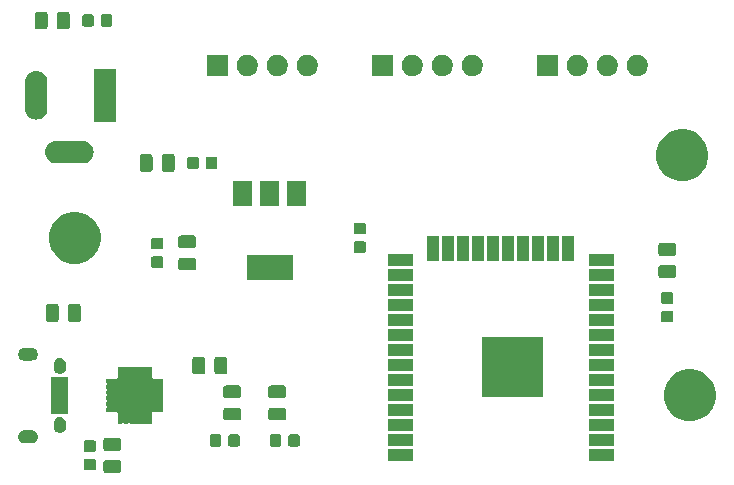
<source format=gbr>
G04 #@! TF.GenerationSoftware,KiCad,Pcbnew,(5.1.5)-3*
G04 #@! TF.CreationDate,2020-06-12T14:11:04-04:00*
G04 #@! TF.ProjectId,main,6d61696e-2e6b-4696-9361-645f70636258,rev?*
G04 #@! TF.SameCoordinates,Original*
G04 #@! TF.FileFunction,Soldermask,Top*
G04 #@! TF.FilePolarity,Negative*
%FSLAX46Y46*%
G04 Gerber Fmt 4.6, Leading zero omitted, Abs format (unit mm)*
G04 Created by KiCad (PCBNEW (5.1.5)-3) date 2020-06-12 14:11:04*
%MOMM*%
%LPD*%
G04 APERTURE LIST*
%ADD10C,0.100000*%
G04 APERTURE END LIST*
D10*
G36*
X100914468Y-122958565D02*
G01*
X100953138Y-122970296D01*
X100988777Y-122989346D01*
X101020017Y-123014983D01*
X101045654Y-123046223D01*
X101064704Y-123081862D01*
X101076435Y-123120532D01*
X101081000Y-123166888D01*
X101081000Y-123818112D01*
X101076435Y-123864468D01*
X101064704Y-123903138D01*
X101045654Y-123938777D01*
X101020017Y-123970017D01*
X100988777Y-123995654D01*
X100953138Y-124014704D01*
X100914468Y-124026435D01*
X100868112Y-124031000D01*
X99791888Y-124031000D01*
X99745532Y-124026435D01*
X99706862Y-124014704D01*
X99671223Y-123995654D01*
X99639983Y-123970017D01*
X99614346Y-123938777D01*
X99595296Y-123903138D01*
X99583565Y-123864468D01*
X99579000Y-123818112D01*
X99579000Y-123166888D01*
X99583565Y-123120532D01*
X99595296Y-123081862D01*
X99614346Y-123046223D01*
X99639983Y-123014983D01*
X99671223Y-122989346D01*
X99706862Y-122970296D01*
X99745532Y-122958565D01*
X99791888Y-122954000D01*
X100868112Y-122954000D01*
X100914468Y-122958565D01*
G37*
G36*
X98804591Y-122858085D02*
G01*
X98838569Y-122868393D01*
X98869890Y-122885134D01*
X98897339Y-122907661D01*
X98919866Y-122935110D01*
X98936607Y-122966431D01*
X98946915Y-123000409D01*
X98951000Y-123041890D01*
X98951000Y-123643110D01*
X98946915Y-123684591D01*
X98936607Y-123718569D01*
X98919866Y-123749890D01*
X98897339Y-123777339D01*
X98869890Y-123799866D01*
X98838569Y-123816607D01*
X98804591Y-123826915D01*
X98763110Y-123831000D01*
X98086890Y-123831000D01*
X98045409Y-123826915D01*
X98011431Y-123816607D01*
X97980110Y-123799866D01*
X97952661Y-123777339D01*
X97930134Y-123749890D01*
X97913393Y-123718569D01*
X97903085Y-123684591D01*
X97899000Y-123643110D01*
X97899000Y-123041890D01*
X97903085Y-123000409D01*
X97913393Y-122966431D01*
X97930134Y-122935110D01*
X97952661Y-122907661D01*
X97980110Y-122885134D01*
X98011431Y-122868393D01*
X98045409Y-122858085D01*
X98086890Y-122854000D01*
X98763110Y-122854000D01*
X98804591Y-122858085D01*
G37*
G36*
X125774000Y-123056000D02*
G01*
X123672000Y-123056000D01*
X123672000Y-122054000D01*
X125774000Y-122054000D01*
X125774000Y-123056000D01*
G37*
G36*
X142774000Y-123056000D02*
G01*
X140672000Y-123056000D01*
X140672000Y-122054000D01*
X142774000Y-122054000D01*
X142774000Y-123056000D01*
G37*
G36*
X98804591Y-121283085D02*
G01*
X98838569Y-121293393D01*
X98869890Y-121310134D01*
X98897339Y-121332661D01*
X98919866Y-121360110D01*
X98936607Y-121391431D01*
X98946915Y-121425409D01*
X98951000Y-121466890D01*
X98951000Y-122068110D01*
X98946915Y-122109591D01*
X98936607Y-122143569D01*
X98919866Y-122174890D01*
X98897339Y-122202339D01*
X98869890Y-122224866D01*
X98838569Y-122241607D01*
X98804591Y-122251915D01*
X98763110Y-122256000D01*
X98086890Y-122256000D01*
X98045409Y-122251915D01*
X98011431Y-122241607D01*
X97980110Y-122224866D01*
X97952661Y-122202339D01*
X97930134Y-122174890D01*
X97913393Y-122143569D01*
X97903085Y-122109591D01*
X97899000Y-122068110D01*
X97899000Y-121466890D01*
X97903085Y-121425409D01*
X97913393Y-121391431D01*
X97930134Y-121360110D01*
X97952661Y-121332661D01*
X97980110Y-121310134D01*
X98011431Y-121293393D01*
X98045409Y-121283085D01*
X98086890Y-121279000D01*
X98763110Y-121279000D01*
X98804591Y-121283085D01*
G37*
G36*
X100914468Y-121083565D02*
G01*
X100953138Y-121095296D01*
X100988777Y-121114346D01*
X101020017Y-121139983D01*
X101045654Y-121171223D01*
X101064704Y-121206862D01*
X101076435Y-121245532D01*
X101081000Y-121291888D01*
X101081000Y-121943112D01*
X101076435Y-121989468D01*
X101064704Y-122028138D01*
X101045654Y-122063777D01*
X101020017Y-122095017D01*
X100988777Y-122120654D01*
X100953138Y-122139704D01*
X100914468Y-122151435D01*
X100868112Y-122156000D01*
X99791888Y-122156000D01*
X99745532Y-122151435D01*
X99706862Y-122139704D01*
X99671223Y-122120654D01*
X99639983Y-122095017D01*
X99614346Y-122063777D01*
X99595296Y-122028138D01*
X99583565Y-121989468D01*
X99579000Y-121943112D01*
X99579000Y-121291888D01*
X99583565Y-121245532D01*
X99595296Y-121206862D01*
X99614346Y-121171223D01*
X99639983Y-121139983D01*
X99671223Y-121114346D01*
X99706862Y-121095296D01*
X99745532Y-121083565D01*
X99791888Y-121079000D01*
X100868112Y-121079000D01*
X100914468Y-121083565D01*
G37*
G36*
X116064591Y-120763085D02*
G01*
X116098569Y-120773393D01*
X116129890Y-120790134D01*
X116157339Y-120812661D01*
X116179866Y-120840110D01*
X116196607Y-120871431D01*
X116206915Y-120905409D01*
X116211000Y-120946890D01*
X116211000Y-121623110D01*
X116206915Y-121664591D01*
X116196607Y-121698569D01*
X116179866Y-121729890D01*
X116157339Y-121757339D01*
X116129890Y-121779866D01*
X116098569Y-121796607D01*
X116064591Y-121806915D01*
X116023110Y-121811000D01*
X115421890Y-121811000D01*
X115380409Y-121806915D01*
X115346431Y-121796607D01*
X115315110Y-121779866D01*
X115287661Y-121757339D01*
X115265134Y-121729890D01*
X115248393Y-121698569D01*
X115238085Y-121664591D01*
X115234000Y-121623110D01*
X115234000Y-120946890D01*
X115238085Y-120905409D01*
X115248393Y-120871431D01*
X115265134Y-120840110D01*
X115287661Y-120812661D01*
X115315110Y-120790134D01*
X115346431Y-120773393D01*
X115380409Y-120763085D01*
X115421890Y-120759000D01*
X116023110Y-120759000D01*
X116064591Y-120763085D01*
G37*
G36*
X109409591Y-120763085D02*
G01*
X109443569Y-120773393D01*
X109474890Y-120790134D01*
X109502339Y-120812661D01*
X109524866Y-120840110D01*
X109541607Y-120871431D01*
X109551915Y-120905409D01*
X109556000Y-120946890D01*
X109556000Y-121623110D01*
X109551915Y-121664591D01*
X109541607Y-121698569D01*
X109524866Y-121729890D01*
X109502339Y-121757339D01*
X109474890Y-121779866D01*
X109443569Y-121796607D01*
X109409591Y-121806915D01*
X109368110Y-121811000D01*
X108766890Y-121811000D01*
X108725409Y-121806915D01*
X108691431Y-121796607D01*
X108660110Y-121779866D01*
X108632661Y-121757339D01*
X108610134Y-121729890D01*
X108593393Y-121698569D01*
X108583085Y-121664591D01*
X108579000Y-121623110D01*
X108579000Y-120946890D01*
X108583085Y-120905409D01*
X108593393Y-120871431D01*
X108610134Y-120840110D01*
X108632661Y-120812661D01*
X108660110Y-120790134D01*
X108691431Y-120773393D01*
X108725409Y-120763085D01*
X108766890Y-120759000D01*
X109368110Y-120759000D01*
X109409591Y-120763085D01*
G37*
G36*
X110984591Y-120763085D02*
G01*
X111018569Y-120773393D01*
X111049890Y-120790134D01*
X111077339Y-120812661D01*
X111099866Y-120840110D01*
X111116607Y-120871431D01*
X111126915Y-120905409D01*
X111131000Y-120946890D01*
X111131000Y-121623110D01*
X111126915Y-121664591D01*
X111116607Y-121698569D01*
X111099866Y-121729890D01*
X111077339Y-121757339D01*
X111049890Y-121779866D01*
X111018569Y-121796607D01*
X110984591Y-121806915D01*
X110943110Y-121811000D01*
X110341890Y-121811000D01*
X110300409Y-121806915D01*
X110266431Y-121796607D01*
X110235110Y-121779866D01*
X110207661Y-121757339D01*
X110185134Y-121729890D01*
X110168393Y-121698569D01*
X110158085Y-121664591D01*
X110154000Y-121623110D01*
X110154000Y-120946890D01*
X110158085Y-120905409D01*
X110168393Y-120871431D01*
X110185134Y-120840110D01*
X110207661Y-120812661D01*
X110235110Y-120790134D01*
X110266431Y-120773393D01*
X110300409Y-120763085D01*
X110341890Y-120759000D01*
X110943110Y-120759000D01*
X110984591Y-120763085D01*
G37*
G36*
X114489591Y-120763085D02*
G01*
X114523569Y-120773393D01*
X114554890Y-120790134D01*
X114582339Y-120812661D01*
X114604866Y-120840110D01*
X114621607Y-120871431D01*
X114631915Y-120905409D01*
X114636000Y-120946890D01*
X114636000Y-121623110D01*
X114631915Y-121664591D01*
X114621607Y-121698569D01*
X114604866Y-121729890D01*
X114582339Y-121757339D01*
X114554890Y-121779866D01*
X114523569Y-121796607D01*
X114489591Y-121806915D01*
X114448110Y-121811000D01*
X113846890Y-121811000D01*
X113805409Y-121806915D01*
X113771431Y-121796607D01*
X113740110Y-121779866D01*
X113712661Y-121757339D01*
X113690134Y-121729890D01*
X113673393Y-121698569D01*
X113663085Y-121664591D01*
X113659000Y-121623110D01*
X113659000Y-120946890D01*
X113663085Y-120905409D01*
X113673393Y-120871431D01*
X113690134Y-120840110D01*
X113712661Y-120812661D01*
X113740110Y-120790134D01*
X113771431Y-120773393D01*
X113805409Y-120763085D01*
X113846890Y-120759000D01*
X114448110Y-120759000D01*
X114489591Y-120763085D01*
G37*
G36*
X125774000Y-121786000D02*
G01*
X123672000Y-121786000D01*
X123672000Y-120784000D01*
X125774000Y-120784000D01*
X125774000Y-121786000D01*
G37*
G36*
X142774000Y-121786000D02*
G01*
X140672000Y-121786000D01*
X140672000Y-120784000D01*
X142774000Y-120784000D01*
X142774000Y-121786000D01*
G37*
G36*
X93568015Y-120431973D02*
G01*
X93671879Y-120463479D01*
X93699055Y-120478005D01*
X93767600Y-120514643D01*
X93851501Y-120583499D01*
X93920357Y-120667400D01*
X93956995Y-120735945D01*
X93971521Y-120763121D01*
X94003027Y-120866985D01*
X94013666Y-120975000D01*
X94003027Y-121083015D01*
X93971521Y-121186879D01*
X93971519Y-121186882D01*
X93920357Y-121282600D01*
X93851501Y-121366501D01*
X93767600Y-121435357D01*
X93699055Y-121471995D01*
X93671879Y-121486521D01*
X93568015Y-121518027D01*
X93487067Y-121526000D01*
X92882933Y-121526000D01*
X92801985Y-121518027D01*
X92698121Y-121486521D01*
X92670945Y-121471995D01*
X92602400Y-121435357D01*
X92518499Y-121366501D01*
X92449643Y-121282600D01*
X92398481Y-121186882D01*
X92398479Y-121186879D01*
X92366973Y-121083015D01*
X92356334Y-120975000D01*
X92366973Y-120866985D01*
X92398479Y-120763121D01*
X92413005Y-120735945D01*
X92449643Y-120667400D01*
X92518499Y-120583499D01*
X92602400Y-120514643D01*
X92670945Y-120478005D01*
X92698121Y-120463479D01*
X92801985Y-120431973D01*
X92882933Y-120424000D01*
X93487067Y-120424000D01*
X93568015Y-120431973D01*
G37*
G36*
X95988114Y-119306611D02*
G01*
X96087265Y-119336688D01*
X96178644Y-119385531D01*
X96258738Y-119451262D01*
X96324469Y-119531356D01*
X96373312Y-119622736D01*
X96403389Y-119721887D01*
X96411000Y-119799162D01*
X96411000Y-120150839D01*
X96403389Y-120228114D01*
X96373312Y-120327265D01*
X96324469Y-120418644D01*
X96258738Y-120498738D01*
X96178644Y-120564469D01*
X96087264Y-120613312D01*
X95988113Y-120643389D01*
X95885000Y-120653545D01*
X95781886Y-120643389D01*
X95682735Y-120613312D01*
X95591356Y-120564469D01*
X95511262Y-120498738D01*
X95445531Y-120418644D01*
X95396688Y-120327264D01*
X95366611Y-120228113D01*
X95359000Y-120150838D01*
X95359000Y-119799161D01*
X95366611Y-119721886D01*
X95386663Y-119655785D01*
X95396689Y-119622734D01*
X95445532Y-119531356D01*
X95459776Y-119514000D01*
X95511263Y-119451262D01*
X95591357Y-119385531D01*
X95682736Y-119336688D01*
X95781887Y-119306611D01*
X95885000Y-119296455D01*
X95988114Y-119306611D01*
G37*
G36*
X142774000Y-120516000D02*
G01*
X140672000Y-120516000D01*
X140672000Y-119514000D01*
X142774000Y-119514000D01*
X142774000Y-120516000D01*
G37*
G36*
X125774000Y-120516000D02*
G01*
X123672000Y-120516000D01*
X123672000Y-119514000D01*
X125774000Y-119514000D01*
X125774000Y-120516000D01*
G37*
G36*
X101140355Y-115075083D02*
G01*
X101145029Y-115076501D01*
X101149330Y-115078800D01*
X101155702Y-115084029D01*
X101176076Y-115097643D01*
X101198715Y-115107020D01*
X101222749Y-115111800D01*
X101247253Y-115111800D01*
X101271286Y-115107019D01*
X101293925Y-115097642D01*
X101314298Y-115084029D01*
X101320670Y-115078800D01*
X101324971Y-115076501D01*
X101329645Y-115075083D01*
X101340641Y-115074000D01*
X101629359Y-115074000D01*
X101640355Y-115075083D01*
X101645029Y-115076501D01*
X101649330Y-115078800D01*
X101655702Y-115084029D01*
X101676076Y-115097643D01*
X101698715Y-115107020D01*
X101722749Y-115111800D01*
X101747253Y-115111800D01*
X101771286Y-115107019D01*
X101793925Y-115097642D01*
X101814298Y-115084029D01*
X101820670Y-115078800D01*
X101824971Y-115076501D01*
X101829645Y-115075083D01*
X101840641Y-115074000D01*
X102129359Y-115074000D01*
X102140355Y-115075083D01*
X102145029Y-115076501D01*
X102149330Y-115078800D01*
X102155702Y-115084029D01*
X102176076Y-115097643D01*
X102198715Y-115107020D01*
X102222749Y-115111800D01*
X102247253Y-115111800D01*
X102271286Y-115107019D01*
X102293925Y-115097642D01*
X102314298Y-115084029D01*
X102320670Y-115078800D01*
X102324971Y-115076501D01*
X102329645Y-115075083D01*
X102340641Y-115074000D01*
X102629359Y-115074000D01*
X102640355Y-115075083D01*
X102645029Y-115076501D01*
X102649330Y-115078800D01*
X102655702Y-115084029D01*
X102676076Y-115097643D01*
X102698715Y-115107020D01*
X102722749Y-115111800D01*
X102747253Y-115111800D01*
X102771286Y-115107019D01*
X102793925Y-115097642D01*
X102814298Y-115084029D01*
X102820670Y-115078800D01*
X102824971Y-115076501D01*
X102829645Y-115075083D01*
X102840641Y-115074000D01*
X103129359Y-115074000D01*
X103140355Y-115075083D01*
X103145029Y-115076501D01*
X103149330Y-115078800D01*
X103155702Y-115084029D01*
X103176076Y-115097643D01*
X103198715Y-115107020D01*
X103222749Y-115111800D01*
X103247253Y-115111800D01*
X103271286Y-115107019D01*
X103293925Y-115097642D01*
X103314298Y-115084029D01*
X103320670Y-115078800D01*
X103324971Y-115076501D01*
X103329645Y-115075083D01*
X103340641Y-115074000D01*
X103629359Y-115074000D01*
X103640355Y-115075083D01*
X103645029Y-115076501D01*
X103649331Y-115078800D01*
X103653104Y-115081896D01*
X103656200Y-115085669D01*
X103658499Y-115089971D01*
X103659917Y-115094645D01*
X103661000Y-115105641D01*
X103661000Y-115924001D01*
X103663402Y-115948387D01*
X103670515Y-115971836D01*
X103682066Y-115993447D01*
X103697611Y-116012389D01*
X103716553Y-116027934D01*
X103738164Y-116039485D01*
X103761613Y-116046598D01*
X103785999Y-116049000D01*
X104604359Y-116049000D01*
X104615355Y-116050083D01*
X104620029Y-116051501D01*
X104624331Y-116053800D01*
X104628104Y-116056896D01*
X104631200Y-116060669D01*
X104633499Y-116064971D01*
X104634917Y-116069645D01*
X104636000Y-116080641D01*
X104636000Y-116369359D01*
X104634917Y-116380355D01*
X104633499Y-116385029D01*
X104631200Y-116389330D01*
X104625971Y-116395702D01*
X104612357Y-116416076D01*
X104602980Y-116438715D01*
X104598200Y-116462749D01*
X104598200Y-116487253D01*
X104602981Y-116511286D01*
X104612358Y-116533925D01*
X104625971Y-116554298D01*
X104631200Y-116560670D01*
X104633499Y-116564971D01*
X104634917Y-116569645D01*
X104636000Y-116580641D01*
X104636000Y-116869359D01*
X104634917Y-116880355D01*
X104633499Y-116885029D01*
X104631200Y-116889330D01*
X104625971Y-116895702D01*
X104612357Y-116916076D01*
X104602980Y-116938715D01*
X104598200Y-116962749D01*
X104598200Y-116987253D01*
X104602981Y-117011286D01*
X104612358Y-117033925D01*
X104625971Y-117054298D01*
X104631200Y-117060670D01*
X104633499Y-117064971D01*
X104634917Y-117069645D01*
X104636000Y-117080641D01*
X104636000Y-117369359D01*
X104634917Y-117380355D01*
X104633499Y-117385029D01*
X104631200Y-117389330D01*
X104625971Y-117395702D01*
X104612357Y-117416076D01*
X104602980Y-117438715D01*
X104598200Y-117462749D01*
X104598200Y-117487253D01*
X104602981Y-117511286D01*
X104612358Y-117533925D01*
X104625971Y-117554298D01*
X104631200Y-117560670D01*
X104633499Y-117564971D01*
X104634917Y-117569645D01*
X104636000Y-117580641D01*
X104636000Y-117869359D01*
X104634917Y-117880355D01*
X104633499Y-117885029D01*
X104631200Y-117889330D01*
X104625971Y-117895702D01*
X104612357Y-117916076D01*
X104602980Y-117938715D01*
X104598200Y-117962749D01*
X104598200Y-117987253D01*
X104602981Y-118011286D01*
X104612358Y-118033925D01*
X104625971Y-118054298D01*
X104631200Y-118060670D01*
X104633499Y-118064971D01*
X104634917Y-118069645D01*
X104636000Y-118080641D01*
X104636000Y-118369359D01*
X104634917Y-118380355D01*
X104633499Y-118385029D01*
X104631200Y-118389330D01*
X104625971Y-118395702D01*
X104612357Y-118416076D01*
X104602980Y-118438715D01*
X104598200Y-118462749D01*
X104598200Y-118487253D01*
X104602981Y-118511286D01*
X104612358Y-118533925D01*
X104625971Y-118554298D01*
X104631200Y-118560670D01*
X104633499Y-118564971D01*
X104634917Y-118569645D01*
X104636000Y-118580641D01*
X104636000Y-118869359D01*
X104634917Y-118880355D01*
X104633499Y-118885029D01*
X104631200Y-118889331D01*
X104628104Y-118893104D01*
X104624331Y-118896200D01*
X104620029Y-118898499D01*
X104615355Y-118899917D01*
X104604359Y-118901000D01*
X103785999Y-118901000D01*
X103761613Y-118903402D01*
X103738164Y-118910515D01*
X103716553Y-118922066D01*
X103697611Y-118937611D01*
X103682066Y-118956553D01*
X103670515Y-118978164D01*
X103663402Y-119001613D01*
X103661000Y-119025999D01*
X103661000Y-119844359D01*
X103659917Y-119855355D01*
X103658499Y-119860029D01*
X103656200Y-119864331D01*
X103653104Y-119868104D01*
X103649331Y-119871200D01*
X103645029Y-119873499D01*
X103640355Y-119874917D01*
X103629359Y-119876000D01*
X103340641Y-119876000D01*
X103329645Y-119874917D01*
X103324971Y-119873499D01*
X103320670Y-119871200D01*
X103314298Y-119865971D01*
X103293924Y-119852357D01*
X103271285Y-119842980D01*
X103247251Y-119838200D01*
X103222747Y-119838200D01*
X103198714Y-119842981D01*
X103176075Y-119852358D01*
X103155702Y-119865971D01*
X103149330Y-119871200D01*
X103145029Y-119873499D01*
X103140355Y-119874917D01*
X103129359Y-119876000D01*
X102840641Y-119876000D01*
X102829645Y-119874917D01*
X102824971Y-119873499D01*
X102820670Y-119871200D01*
X102814298Y-119865971D01*
X102793924Y-119852357D01*
X102771285Y-119842980D01*
X102747251Y-119838200D01*
X102722747Y-119838200D01*
X102698714Y-119842981D01*
X102676075Y-119852358D01*
X102655702Y-119865971D01*
X102649330Y-119871200D01*
X102645029Y-119873499D01*
X102640355Y-119874917D01*
X102629359Y-119876000D01*
X102340641Y-119876000D01*
X102329645Y-119874917D01*
X102324971Y-119873499D01*
X102320670Y-119871200D01*
X102314298Y-119865971D01*
X102293924Y-119852357D01*
X102271285Y-119842980D01*
X102247251Y-119838200D01*
X102222747Y-119838200D01*
X102198714Y-119842981D01*
X102176075Y-119852358D01*
X102155702Y-119865971D01*
X102149330Y-119871200D01*
X102145029Y-119873499D01*
X102140355Y-119874917D01*
X102129359Y-119876000D01*
X101840641Y-119876000D01*
X101829645Y-119874917D01*
X101824971Y-119873499D01*
X101820670Y-119871200D01*
X101814298Y-119865971D01*
X101793924Y-119852357D01*
X101771285Y-119842980D01*
X101747251Y-119838200D01*
X101722747Y-119838200D01*
X101698714Y-119842981D01*
X101676075Y-119852358D01*
X101655702Y-119865971D01*
X101649330Y-119871200D01*
X101645029Y-119873499D01*
X101640355Y-119874917D01*
X101629359Y-119876000D01*
X101340641Y-119876000D01*
X101329645Y-119874917D01*
X101324971Y-119873499D01*
X101320670Y-119871200D01*
X101314298Y-119865971D01*
X101293924Y-119852357D01*
X101271285Y-119842980D01*
X101247251Y-119838200D01*
X101222747Y-119838200D01*
X101198714Y-119842981D01*
X101176075Y-119852358D01*
X101155702Y-119865971D01*
X101149330Y-119871200D01*
X101145029Y-119873499D01*
X101140355Y-119874917D01*
X101129359Y-119876000D01*
X100840641Y-119876000D01*
X100829645Y-119874917D01*
X100824971Y-119873499D01*
X100820669Y-119871200D01*
X100816896Y-119868104D01*
X100813800Y-119864331D01*
X100811501Y-119860029D01*
X100810083Y-119855355D01*
X100809000Y-119844359D01*
X100809000Y-119025999D01*
X100806598Y-119001613D01*
X100799485Y-118978164D01*
X100787934Y-118956553D01*
X100772389Y-118937611D01*
X100753447Y-118922066D01*
X100731836Y-118910515D01*
X100708387Y-118903402D01*
X100684001Y-118901000D01*
X99865641Y-118901000D01*
X99854645Y-118899917D01*
X99849971Y-118898499D01*
X99845669Y-118896200D01*
X99841896Y-118893104D01*
X99838800Y-118889331D01*
X99836501Y-118885029D01*
X99835083Y-118880355D01*
X99834000Y-118869359D01*
X99834000Y-118580641D01*
X99835083Y-118569645D01*
X99836501Y-118564971D01*
X99838800Y-118560670D01*
X99844029Y-118554298D01*
X99857643Y-118533924D01*
X99867020Y-118511285D01*
X99871800Y-118487251D01*
X99871800Y-118462747D01*
X99867019Y-118438714D01*
X99857642Y-118416075D01*
X99844029Y-118395702D01*
X99838800Y-118389330D01*
X99836501Y-118385029D01*
X99835083Y-118380355D01*
X99834000Y-118369359D01*
X99834000Y-118080641D01*
X99835083Y-118069645D01*
X99836501Y-118064971D01*
X99838800Y-118060670D01*
X99844029Y-118054298D01*
X99857643Y-118033924D01*
X99867020Y-118011285D01*
X99871800Y-117987251D01*
X99871800Y-117962747D01*
X99867019Y-117938714D01*
X99857642Y-117916075D01*
X99844029Y-117895702D01*
X99838800Y-117889330D01*
X99836501Y-117885029D01*
X99835083Y-117880355D01*
X99834000Y-117869359D01*
X99834000Y-117580641D01*
X99835083Y-117569645D01*
X99836501Y-117564971D01*
X99838800Y-117560670D01*
X99844029Y-117554298D01*
X99857643Y-117533924D01*
X99867020Y-117511285D01*
X99871800Y-117487251D01*
X99871800Y-117462747D01*
X99867019Y-117438714D01*
X99857642Y-117416075D01*
X99844029Y-117395702D01*
X99838800Y-117389330D01*
X99836501Y-117385029D01*
X99835083Y-117380355D01*
X99834000Y-117369359D01*
X99834000Y-117080641D01*
X99835083Y-117069645D01*
X99836501Y-117064971D01*
X99838800Y-117060670D01*
X99844029Y-117054298D01*
X99857643Y-117033924D01*
X99867020Y-117011285D01*
X99871800Y-116987251D01*
X99871800Y-116962747D01*
X99867019Y-116938714D01*
X99857642Y-116916075D01*
X99844029Y-116895702D01*
X99838800Y-116889330D01*
X99836501Y-116885029D01*
X99835083Y-116880355D01*
X99834000Y-116869359D01*
X99834000Y-116580641D01*
X99835083Y-116569645D01*
X99836501Y-116564971D01*
X99838800Y-116560670D01*
X99844029Y-116554298D01*
X99857643Y-116533924D01*
X99867020Y-116511285D01*
X99871800Y-116487251D01*
X99871800Y-116462747D01*
X99867019Y-116438714D01*
X99857642Y-116416075D01*
X99844029Y-116395702D01*
X99838800Y-116389330D01*
X99836501Y-116385029D01*
X99835083Y-116380355D01*
X99834000Y-116369359D01*
X99834000Y-116080641D01*
X99835083Y-116069645D01*
X99836501Y-116064971D01*
X99838800Y-116060669D01*
X99841896Y-116056896D01*
X99845669Y-116053800D01*
X99849971Y-116051501D01*
X99854645Y-116050083D01*
X99865641Y-116049000D01*
X100684001Y-116049000D01*
X100708387Y-116046598D01*
X100731836Y-116039485D01*
X100753447Y-116027934D01*
X100772389Y-116012389D01*
X100787934Y-115993447D01*
X100799485Y-115971836D01*
X100806598Y-115948387D01*
X100809000Y-115924001D01*
X100809000Y-115105641D01*
X100810083Y-115094645D01*
X100811501Y-115089971D01*
X100813800Y-115085669D01*
X100816896Y-115081896D01*
X100820669Y-115078800D01*
X100824971Y-115076501D01*
X100829645Y-115075083D01*
X100840641Y-115074000D01*
X101129359Y-115074000D01*
X101140355Y-115075083D01*
G37*
G36*
X149867007Y-115358582D02*
G01*
X150256192Y-115519788D01*
X150267565Y-115524499D01*
X150628056Y-115765371D01*
X150934629Y-116071944D01*
X151164570Y-116416076D01*
X151175502Y-116432437D01*
X151341418Y-116832993D01*
X151426000Y-117258219D01*
X151426000Y-117691781D01*
X151341418Y-118117007D01*
X151188057Y-118487253D01*
X151175501Y-118517565D01*
X150934629Y-118878056D01*
X150628056Y-119184629D01*
X150267565Y-119425501D01*
X150267564Y-119425502D01*
X150267563Y-119425502D01*
X149867007Y-119591418D01*
X149441781Y-119676000D01*
X149008219Y-119676000D01*
X148582993Y-119591418D01*
X148182437Y-119425502D01*
X148182436Y-119425502D01*
X148182435Y-119425501D01*
X147821944Y-119184629D01*
X147515371Y-118878056D01*
X147274499Y-118517565D01*
X147261943Y-118487253D01*
X147108582Y-118117007D01*
X147024000Y-117691781D01*
X147024000Y-117258219D01*
X147108582Y-116832993D01*
X147274498Y-116432437D01*
X147285430Y-116416076D01*
X147515371Y-116071944D01*
X147821944Y-115765371D01*
X148182435Y-115524499D01*
X148193808Y-115519788D01*
X148582993Y-115358582D01*
X149008219Y-115274000D01*
X149441781Y-115274000D01*
X149867007Y-115358582D01*
G37*
G36*
X114884468Y-118513565D02*
G01*
X114923138Y-118525296D01*
X114958777Y-118544346D01*
X114990017Y-118569983D01*
X115015654Y-118601223D01*
X115034704Y-118636862D01*
X115046435Y-118675532D01*
X115051000Y-118721888D01*
X115051000Y-119373112D01*
X115046435Y-119419468D01*
X115034704Y-119458138D01*
X115015654Y-119493777D01*
X114990017Y-119525017D01*
X114958777Y-119550654D01*
X114923138Y-119569704D01*
X114884468Y-119581435D01*
X114838112Y-119586000D01*
X113761888Y-119586000D01*
X113715532Y-119581435D01*
X113676862Y-119569704D01*
X113641223Y-119550654D01*
X113609983Y-119525017D01*
X113584346Y-119493777D01*
X113565296Y-119458138D01*
X113553565Y-119419468D01*
X113549000Y-119373112D01*
X113549000Y-118721888D01*
X113553565Y-118675532D01*
X113565296Y-118636862D01*
X113584346Y-118601223D01*
X113609983Y-118569983D01*
X113641223Y-118544346D01*
X113676862Y-118525296D01*
X113715532Y-118513565D01*
X113761888Y-118509000D01*
X114838112Y-118509000D01*
X114884468Y-118513565D01*
G37*
G36*
X111074468Y-118513565D02*
G01*
X111113138Y-118525296D01*
X111148777Y-118544346D01*
X111180017Y-118569983D01*
X111205654Y-118601223D01*
X111224704Y-118636862D01*
X111236435Y-118675532D01*
X111241000Y-118721888D01*
X111241000Y-119373112D01*
X111236435Y-119419468D01*
X111224704Y-119458138D01*
X111205654Y-119493777D01*
X111180017Y-119525017D01*
X111148777Y-119550654D01*
X111113138Y-119569704D01*
X111074468Y-119581435D01*
X111028112Y-119586000D01*
X109951888Y-119586000D01*
X109905532Y-119581435D01*
X109866862Y-119569704D01*
X109831223Y-119550654D01*
X109799983Y-119525017D01*
X109774346Y-119493777D01*
X109755296Y-119458138D01*
X109743565Y-119419468D01*
X109739000Y-119373112D01*
X109739000Y-118721888D01*
X109743565Y-118675532D01*
X109755296Y-118636862D01*
X109774346Y-118601223D01*
X109799983Y-118569983D01*
X109831223Y-118544346D01*
X109866862Y-118525296D01*
X109905532Y-118513565D01*
X109951888Y-118509000D01*
X111028112Y-118509000D01*
X111074468Y-118513565D01*
G37*
G36*
X142774000Y-119246000D02*
G01*
X140672000Y-119246000D01*
X140672000Y-118244000D01*
X142774000Y-118244000D01*
X142774000Y-119246000D01*
G37*
G36*
X125774000Y-119246000D02*
G01*
X123672000Y-119246000D01*
X123672000Y-118244000D01*
X125774000Y-118244000D01*
X125774000Y-119246000D01*
G37*
G36*
X96611000Y-119026000D02*
G01*
X95159000Y-119026000D01*
X95159000Y-115924000D01*
X96611000Y-115924000D01*
X96611000Y-119026000D01*
G37*
G36*
X142774000Y-117976000D02*
G01*
X140672000Y-117976000D01*
X140672000Y-116974000D01*
X142774000Y-116974000D01*
X142774000Y-117976000D01*
G37*
G36*
X125774000Y-117976000D02*
G01*
X123672000Y-117976000D01*
X123672000Y-116974000D01*
X125774000Y-116974000D01*
X125774000Y-117976000D01*
G37*
G36*
X111074468Y-116638565D02*
G01*
X111113138Y-116650296D01*
X111148777Y-116669346D01*
X111180017Y-116694983D01*
X111205654Y-116726223D01*
X111224704Y-116761862D01*
X111236435Y-116800532D01*
X111241000Y-116846888D01*
X111241000Y-117498112D01*
X111236435Y-117544468D01*
X111224704Y-117583138D01*
X111205654Y-117618777D01*
X111180017Y-117650017D01*
X111148777Y-117675654D01*
X111113138Y-117694704D01*
X111074468Y-117706435D01*
X111028112Y-117711000D01*
X109951888Y-117711000D01*
X109905532Y-117706435D01*
X109866862Y-117694704D01*
X109831223Y-117675654D01*
X109799983Y-117650017D01*
X109774346Y-117618777D01*
X109755296Y-117583138D01*
X109743565Y-117544468D01*
X109739000Y-117498112D01*
X109739000Y-116846888D01*
X109743565Y-116800532D01*
X109755296Y-116761862D01*
X109774346Y-116726223D01*
X109799983Y-116694983D01*
X109831223Y-116669346D01*
X109866862Y-116650296D01*
X109905532Y-116638565D01*
X109951888Y-116634000D01*
X111028112Y-116634000D01*
X111074468Y-116638565D01*
G37*
G36*
X114884468Y-116638565D02*
G01*
X114923138Y-116650296D01*
X114958777Y-116669346D01*
X114990017Y-116694983D01*
X115015654Y-116726223D01*
X115034704Y-116761862D01*
X115046435Y-116800532D01*
X115051000Y-116846888D01*
X115051000Y-117498112D01*
X115046435Y-117544468D01*
X115034704Y-117583138D01*
X115015654Y-117618777D01*
X114990017Y-117650017D01*
X114958777Y-117675654D01*
X114923138Y-117694704D01*
X114884468Y-117706435D01*
X114838112Y-117711000D01*
X113761888Y-117711000D01*
X113715532Y-117706435D01*
X113676862Y-117694704D01*
X113641223Y-117675654D01*
X113609983Y-117650017D01*
X113584346Y-117618777D01*
X113565296Y-117583138D01*
X113553565Y-117544468D01*
X113549000Y-117498112D01*
X113549000Y-116846888D01*
X113553565Y-116800532D01*
X113565296Y-116761862D01*
X113584346Y-116726223D01*
X113609983Y-116694983D01*
X113641223Y-116669346D01*
X113676862Y-116650296D01*
X113715532Y-116638565D01*
X113761888Y-116634000D01*
X114838112Y-116634000D01*
X114884468Y-116638565D01*
G37*
G36*
X136774000Y-117606000D02*
G01*
X131672000Y-117606000D01*
X131672000Y-112504000D01*
X136774000Y-112504000D01*
X136774000Y-117606000D01*
G37*
G36*
X125774000Y-116706000D02*
G01*
X123672000Y-116706000D01*
X123672000Y-115704000D01*
X125774000Y-115704000D01*
X125774000Y-116706000D01*
G37*
G36*
X142774000Y-116706000D02*
G01*
X140672000Y-116706000D01*
X140672000Y-115704000D01*
X142774000Y-115704000D01*
X142774000Y-116706000D01*
G37*
G36*
X109894468Y-114188565D02*
G01*
X109933138Y-114200296D01*
X109968777Y-114219346D01*
X110000017Y-114244983D01*
X110025654Y-114276223D01*
X110044704Y-114311862D01*
X110056435Y-114350532D01*
X110061000Y-114396888D01*
X110061000Y-115473112D01*
X110056435Y-115519468D01*
X110044704Y-115558138D01*
X110025654Y-115593777D01*
X110000017Y-115625017D01*
X109968777Y-115650654D01*
X109933138Y-115669704D01*
X109894468Y-115681435D01*
X109848112Y-115686000D01*
X109196888Y-115686000D01*
X109150532Y-115681435D01*
X109111862Y-115669704D01*
X109076223Y-115650654D01*
X109044983Y-115625017D01*
X109019346Y-115593777D01*
X109000296Y-115558138D01*
X108988565Y-115519468D01*
X108984000Y-115473112D01*
X108984000Y-114396888D01*
X108988565Y-114350532D01*
X109000296Y-114311862D01*
X109019346Y-114276223D01*
X109044983Y-114244983D01*
X109076223Y-114219346D01*
X109111862Y-114200296D01*
X109150532Y-114188565D01*
X109196888Y-114184000D01*
X109848112Y-114184000D01*
X109894468Y-114188565D01*
G37*
G36*
X108019468Y-114188565D02*
G01*
X108058138Y-114200296D01*
X108093777Y-114219346D01*
X108125017Y-114244983D01*
X108150654Y-114276223D01*
X108169704Y-114311862D01*
X108181435Y-114350532D01*
X108186000Y-114396888D01*
X108186000Y-115473112D01*
X108181435Y-115519468D01*
X108169704Y-115558138D01*
X108150654Y-115593777D01*
X108125017Y-115625017D01*
X108093777Y-115650654D01*
X108058138Y-115669704D01*
X108019468Y-115681435D01*
X107973112Y-115686000D01*
X107321888Y-115686000D01*
X107275532Y-115681435D01*
X107236862Y-115669704D01*
X107201223Y-115650654D01*
X107169983Y-115625017D01*
X107144346Y-115593777D01*
X107125296Y-115558138D01*
X107113565Y-115519468D01*
X107109000Y-115473112D01*
X107109000Y-114396888D01*
X107113565Y-114350532D01*
X107125296Y-114311862D01*
X107144346Y-114276223D01*
X107169983Y-114244983D01*
X107201223Y-114219346D01*
X107236862Y-114200296D01*
X107275532Y-114188565D01*
X107321888Y-114184000D01*
X107973112Y-114184000D01*
X108019468Y-114188565D01*
G37*
G36*
X95988114Y-114306611D02*
G01*
X96087265Y-114336688D01*
X96178644Y-114385531D01*
X96258738Y-114451262D01*
X96324469Y-114531356D01*
X96373312Y-114622736D01*
X96403389Y-114721887D01*
X96411000Y-114799162D01*
X96411000Y-115150839D01*
X96403389Y-115228114D01*
X96373312Y-115327265D01*
X96324469Y-115418644D01*
X96258738Y-115498738D01*
X96178644Y-115564469D01*
X96087264Y-115613312D01*
X95988113Y-115643389D01*
X95885000Y-115653545D01*
X95781886Y-115643389D01*
X95682735Y-115613312D01*
X95591356Y-115564469D01*
X95511262Y-115498738D01*
X95445531Y-115418644D01*
X95396688Y-115327264D01*
X95366611Y-115228113D01*
X95359000Y-115150838D01*
X95359000Y-114799161D01*
X95366611Y-114721886D01*
X95386663Y-114655785D01*
X95396689Y-114622734D01*
X95445532Y-114531356D01*
X95456471Y-114518027D01*
X95511263Y-114451262D01*
X95591357Y-114385531D01*
X95682736Y-114336688D01*
X95781887Y-114306611D01*
X95885000Y-114296455D01*
X95988114Y-114306611D01*
G37*
G36*
X142774000Y-115436000D02*
G01*
X140672000Y-115436000D01*
X140672000Y-114434000D01*
X142774000Y-114434000D01*
X142774000Y-115436000D01*
G37*
G36*
X125774000Y-115436000D02*
G01*
X123672000Y-115436000D01*
X123672000Y-114434000D01*
X125774000Y-114434000D01*
X125774000Y-115436000D01*
G37*
G36*
X93568015Y-113431973D02*
G01*
X93671879Y-113463479D01*
X93699055Y-113478005D01*
X93767600Y-113514643D01*
X93851501Y-113583499D01*
X93920357Y-113667400D01*
X93956995Y-113735945D01*
X93971521Y-113763121D01*
X94003027Y-113866985D01*
X94013666Y-113975000D01*
X94003027Y-114083015D01*
X93971521Y-114186879D01*
X93970294Y-114189174D01*
X93920357Y-114282600D01*
X93851501Y-114366501D01*
X93767600Y-114435357D01*
X93699055Y-114471995D01*
X93671879Y-114486521D01*
X93568015Y-114518027D01*
X93487067Y-114526000D01*
X92882933Y-114526000D01*
X92801985Y-114518027D01*
X92698121Y-114486521D01*
X92670945Y-114471995D01*
X92602400Y-114435357D01*
X92518499Y-114366501D01*
X92449643Y-114282600D01*
X92399706Y-114189174D01*
X92398479Y-114186879D01*
X92366973Y-114083015D01*
X92356334Y-113975000D01*
X92366973Y-113866985D01*
X92398479Y-113763121D01*
X92413005Y-113735945D01*
X92449643Y-113667400D01*
X92518499Y-113583499D01*
X92602400Y-113514643D01*
X92670945Y-113478005D01*
X92698121Y-113463479D01*
X92801985Y-113431973D01*
X92882933Y-113424000D01*
X93487067Y-113424000D01*
X93568015Y-113431973D01*
G37*
G36*
X142774000Y-114166000D02*
G01*
X140672000Y-114166000D01*
X140672000Y-113164000D01*
X142774000Y-113164000D01*
X142774000Y-114166000D01*
G37*
G36*
X125774000Y-114166000D02*
G01*
X123672000Y-114166000D01*
X123672000Y-113164000D01*
X125774000Y-113164000D01*
X125774000Y-114166000D01*
G37*
G36*
X142774000Y-112896000D02*
G01*
X140672000Y-112896000D01*
X140672000Y-111894000D01*
X142774000Y-111894000D01*
X142774000Y-112896000D01*
G37*
G36*
X125774000Y-112896000D02*
G01*
X123672000Y-112896000D01*
X123672000Y-111894000D01*
X125774000Y-111894000D01*
X125774000Y-112896000D01*
G37*
G36*
X125774000Y-111626000D02*
G01*
X123672000Y-111626000D01*
X123672000Y-110624000D01*
X125774000Y-110624000D01*
X125774000Y-111626000D01*
G37*
G36*
X142774000Y-111626000D02*
G01*
X140672000Y-111626000D01*
X140672000Y-110624000D01*
X142774000Y-110624000D01*
X142774000Y-111626000D01*
G37*
G36*
X147699591Y-110310585D02*
G01*
X147733569Y-110320893D01*
X147764890Y-110337634D01*
X147792339Y-110360161D01*
X147814866Y-110387610D01*
X147831607Y-110418931D01*
X147841915Y-110452909D01*
X147846000Y-110494390D01*
X147846000Y-111095610D01*
X147841915Y-111137091D01*
X147831607Y-111171069D01*
X147814866Y-111202390D01*
X147792339Y-111229839D01*
X147764890Y-111252366D01*
X147733569Y-111269107D01*
X147699591Y-111279415D01*
X147658110Y-111283500D01*
X146981890Y-111283500D01*
X146940409Y-111279415D01*
X146906431Y-111269107D01*
X146875110Y-111252366D01*
X146847661Y-111229839D01*
X146825134Y-111202390D01*
X146808393Y-111171069D01*
X146798085Y-111137091D01*
X146794000Y-111095610D01*
X146794000Y-110494390D01*
X146798085Y-110452909D01*
X146808393Y-110418931D01*
X146825134Y-110387610D01*
X146847661Y-110360161D01*
X146875110Y-110337634D01*
X146906431Y-110320893D01*
X146940409Y-110310585D01*
X146981890Y-110306500D01*
X147658110Y-110306500D01*
X147699591Y-110310585D01*
G37*
G36*
X95621968Y-109743565D02*
G01*
X95660638Y-109755296D01*
X95696277Y-109774346D01*
X95727517Y-109799983D01*
X95753154Y-109831223D01*
X95772204Y-109866862D01*
X95783935Y-109905532D01*
X95788500Y-109951888D01*
X95788500Y-111028112D01*
X95783935Y-111074468D01*
X95772204Y-111113138D01*
X95753154Y-111148777D01*
X95727517Y-111180017D01*
X95696277Y-111205654D01*
X95660638Y-111224704D01*
X95621968Y-111236435D01*
X95575612Y-111241000D01*
X94924388Y-111241000D01*
X94878032Y-111236435D01*
X94839362Y-111224704D01*
X94803723Y-111205654D01*
X94772483Y-111180017D01*
X94746846Y-111148777D01*
X94727796Y-111113138D01*
X94716065Y-111074468D01*
X94711500Y-111028112D01*
X94711500Y-109951888D01*
X94716065Y-109905532D01*
X94727796Y-109866862D01*
X94746846Y-109831223D01*
X94772483Y-109799983D01*
X94803723Y-109774346D01*
X94839362Y-109755296D01*
X94878032Y-109743565D01*
X94924388Y-109739000D01*
X95575612Y-109739000D01*
X95621968Y-109743565D01*
G37*
G36*
X97496968Y-109743565D02*
G01*
X97535638Y-109755296D01*
X97571277Y-109774346D01*
X97602517Y-109799983D01*
X97628154Y-109831223D01*
X97647204Y-109866862D01*
X97658935Y-109905532D01*
X97663500Y-109951888D01*
X97663500Y-111028112D01*
X97658935Y-111074468D01*
X97647204Y-111113138D01*
X97628154Y-111148777D01*
X97602517Y-111180017D01*
X97571277Y-111205654D01*
X97535638Y-111224704D01*
X97496968Y-111236435D01*
X97450612Y-111241000D01*
X96799388Y-111241000D01*
X96753032Y-111236435D01*
X96714362Y-111224704D01*
X96678723Y-111205654D01*
X96647483Y-111180017D01*
X96621846Y-111148777D01*
X96602796Y-111113138D01*
X96591065Y-111074468D01*
X96586500Y-111028112D01*
X96586500Y-109951888D01*
X96591065Y-109905532D01*
X96602796Y-109866862D01*
X96621846Y-109831223D01*
X96647483Y-109799983D01*
X96678723Y-109774346D01*
X96714362Y-109755296D01*
X96753032Y-109743565D01*
X96799388Y-109739000D01*
X97450612Y-109739000D01*
X97496968Y-109743565D01*
G37*
G36*
X125774000Y-110356000D02*
G01*
X123672000Y-110356000D01*
X123672000Y-109354000D01*
X125774000Y-109354000D01*
X125774000Y-110356000D01*
G37*
G36*
X142774000Y-110356000D02*
G01*
X140672000Y-110356000D01*
X140672000Y-109354000D01*
X142774000Y-109354000D01*
X142774000Y-110356000D01*
G37*
G36*
X147699591Y-108735585D02*
G01*
X147733569Y-108745893D01*
X147764890Y-108762634D01*
X147792339Y-108785161D01*
X147814866Y-108812610D01*
X147831607Y-108843931D01*
X147841915Y-108877909D01*
X147846000Y-108919390D01*
X147846000Y-109520610D01*
X147841915Y-109562091D01*
X147831607Y-109596069D01*
X147814866Y-109627390D01*
X147792339Y-109654839D01*
X147764890Y-109677366D01*
X147733569Y-109694107D01*
X147699591Y-109704415D01*
X147658110Y-109708500D01*
X146981890Y-109708500D01*
X146940409Y-109704415D01*
X146906431Y-109694107D01*
X146875110Y-109677366D01*
X146847661Y-109654839D01*
X146825134Y-109627390D01*
X146808393Y-109596069D01*
X146798085Y-109562091D01*
X146794000Y-109520610D01*
X146794000Y-108919390D01*
X146798085Y-108877909D01*
X146808393Y-108843931D01*
X146825134Y-108812610D01*
X146847661Y-108785161D01*
X146875110Y-108762634D01*
X146906431Y-108745893D01*
X146940409Y-108735585D01*
X146981890Y-108731500D01*
X147658110Y-108731500D01*
X147699591Y-108735585D01*
G37*
G36*
X142774000Y-109086000D02*
G01*
X140672000Y-109086000D01*
X140672000Y-108084000D01*
X142774000Y-108084000D01*
X142774000Y-109086000D01*
G37*
G36*
X125774000Y-109086000D02*
G01*
X123672000Y-109086000D01*
X123672000Y-108084000D01*
X125774000Y-108084000D01*
X125774000Y-109086000D01*
G37*
G36*
X125774000Y-107816000D02*
G01*
X123672000Y-107816000D01*
X123672000Y-106814000D01*
X125774000Y-106814000D01*
X125774000Y-107816000D01*
G37*
G36*
X142774000Y-107816000D02*
G01*
X140672000Y-107816000D01*
X140672000Y-106814000D01*
X142774000Y-106814000D01*
X142774000Y-107816000D01*
G37*
G36*
X115616000Y-107706000D02*
G01*
X111714000Y-107706000D01*
X111714000Y-105604000D01*
X115616000Y-105604000D01*
X115616000Y-107706000D01*
G37*
G36*
X147904468Y-106448565D02*
G01*
X147943138Y-106460296D01*
X147978777Y-106479346D01*
X148010017Y-106504983D01*
X148035654Y-106536223D01*
X148054704Y-106571862D01*
X148066435Y-106610532D01*
X148071000Y-106656888D01*
X148071000Y-107308112D01*
X148066435Y-107354468D01*
X148054704Y-107393138D01*
X148035654Y-107428777D01*
X148010017Y-107460017D01*
X147978777Y-107485654D01*
X147943138Y-107504704D01*
X147904468Y-107516435D01*
X147858112Y-107521000D01*
X146781888Y-107521000D01*
X146735532Y-107516435D01*
X146696862Y-107504704D01*
X146661223Y-107485654D01*
X146629983Y-107460017D01*
X146604346Y-107428777D01*
X146585296Y-107393138D01*
X146573565Y-107354468D01*
X146569000Y-107308112D01*
X146569000Y-106656888D01*
X146573565Y-106610532D01*
X146585296Y-106571862D01*
X146604346Y-106536223D01*
X146629983Y-106504983D01*
X146661223Y-106479346D01*
X146696862Y-106460296D01*
X146735532Y-106448565D01*
X146781888Y-106444000D01*
X147858112Y-106444000D01*
X147904468Y-106448565D01*
G37*
G36*
X107264468Y-105813565D02*
G01*
X107303138Y-105825296D01*
X107338777Y-105844346D01*
X107370017Y-105869983D01*
X107395654Y-105901223D01*
X107414704Y-105936862D01*
X107426435Y-105975532D01*
X107431000Y-106021888D01*
X107431000Y-106673112D01*
X107426435Y-106719468D01*
X107414704Y-106758138D01*
X107395654Y-106793777D01*
X107370017Y-106825017D01*
X107338777Y-106850654D01*
X107303138Y-106869704D01*
X107264468Y-106881435D01*
X107218112Y-106886000D01*
X106141888Y-106886000D01*
X106095532Y-106881435D01*
X106056862Y-106869704D01*
X106021223Y-106850654D01*
X105989983Y-106825017D01*
X105964346Y-106793777D01*
X105945296Y-106758138D01*
X105933565Y-106719468D01*
X105929000Y-106673112D01*
X105929000Y-106021888D01*
X105933565Y-105975532D01*
X105945296Y-105936862D01*
X105964346Y-105901223D01*
X105989983Y-105869983D01*
X106021223Y-105844346D01*
X106056862Y-105825296D01*
X106095532Y-105813565D01*
X106141888Y-105809000D01*
X107218112Y-105809000D01*
X107264468Y-105813565D01*
G37*
G36*
X104519591Y-105713085D02*
G01*
X104553569Y-105723393D01*
X104584890Y-105740134D01*
X104612339Y-105762661D01*
X104634866Y-105790110D01*
X104651607Y-105821431D01*
X104661915Y-105855409D01*
X104666000Y-105896890D01*
X104666000Y-106498110D01*
X104661915Y-106539591D01*
X104651607Y-106573569D01*
X104634866Y-106604890D01*
X104612339Y-106632339D01*
X104584890Y-106654866D01*
X104553569Y-106671607D01*
X104519591Y-106681915D01*
X104478110Y-106686000D01*
X103801890Y-106686000D01*
X103760409Y-106681915D01*
X103726431Y-106671607D01*
X103695110Y-106654866D01*
X103667661Y-106632339D01*
X103645134Y-106604890D01*
X103628393Y-106573569D01*
X103618085Y-106539591D01*
X103614000Y-106498110D01*
X103614000Y-105896890D01*
X103618085Y-105855409D01*
X103628393Y-105821431D01*
X103645134Y-105790110D01*
X103667661Y-105762661D01*
X103695110Y-105740134D01*
X103726431Y-105723393D01*
X103760409Y-105713085D01*
X103801890Y-105709000D01*
X104478110Y-105709000D01*
X104519591Y-105713085D01*
G37*
G36*
X142774000Y-106546000D02*
G01*
X140672000Y-106546000D01*
X140672000Y-105544000D01*
X142774000Y-105544000D01*
X142774000Y-106546000D01*
G37*
G36*
X125774000Y-106546000D02*
G01*
X123672000Y-106546000D01*
X123672000Y-105544000D01*
X125774000Y-105544000D01*
X125774000Y-106546000D01*
G37*
G36*
X97797007Y-102023582D02*
G01*
X98197563Y-102189498D01*
X98197565Y-102189499D01*
X98558056Y-102430371D01*
X98864629Y-102736944D01*
X99080888Y-103060599D01*
X99105502Y-103097437D01*
X99271418Y-103497993D01*
X99356000Y-103923219D01*
X99356000Y-104356781D01*
X99271418Y-104782007D01*
X99142845Y-105092408D01*
X99105501Y-105182565D01*
X98864629Y-105543056D01*
X98558056Y-105849629D01*
X98197565Y-106090501D01*
X98197564Y-106090502D01*
X98197563Y-106090502D01*
X97797007Y-106256418D01*
X97371781Y-106341000D01*
X96938219Y-106341000D01*
X96512993Y-106256418D01*
X96112437Y-106090502D01*
X96112436Y-106090502D01*
X96112435Y-106090501D01*
X95751944Y-105849629D01*
X95445371Y-105543056D01*
X95204499Y-105182565D01*
X95167155Y-105092408D01*
X95038582Y-104782007D01*
X94954000Y-104356781D01*
X94954000Y-103923219D01*
X95038582Y-103497993D01*
X95204498Y-103097437D01*
X95229112Y-103060599D01*
X95445371Y-102736944D01*
X95751944Y-102430371D01*
X96112435Y-102189499D01*
X96112437Y-102189498D01*
X96512993Y-102023582D01*
X96938219Y-101939000D01*
X97371781Y-101939000D01*
X97797007Y-102023582D01*
G37*
G36*
X130549000Y-106096000D02*
G01*
X129547000Y-106096000D01*
X129547000Y-103994000D01*
X130549000Y-103994000D01*
X130549000Y-106096000D01*
G37*
G36*
X138169000Y-106096000D02*
G01*
X137167000Y-106096000D01*
X137167000Y-103994000D01*
X138169000Y-103994000D01*
X138169000Y-106096000D01*
G37*
G36*
X139439000Y-106096000D02*
G01*
X138437000Y-106096000D01*
X138437000Y-103994000D01*
X139439000Y-103994000D01*
X139439000Y-106096000D01*
G37*
G36*
X136899000Y-106096000D02*
G01*
X135897000Y-106096000D01*
X135897000Y-103994000D01*
X136899000Y-103994000D01*
X136899000Y-106096000D01*
G37*
G36*
X135629000Y-106096000D02*
G01*
X134627000Y-106096000D01*
X134627000Y-103994000D01*
X135629000Y-103994000D01*
X135629000Y-106096000D01*
G37*
G36*
X134359000Y-106096000D02*
G01*
X133357000Y-106096000D01*
X133357000Y-103994000D01*
X134359000Y-103994000D01*
X134359000Y-106096000D01*
G37*
G36*
X133089000Y-106096000D02*
G01*
X132087000Y-106096000D01*
X132087000Y-103994000D01*
X133089000Y-103994000D01*
X133089000Y-106096000D01*
G37*
G36*
X131819000Y-106096000D02*
G01*
X130817000Y-106096000D01*
X130817000Y-103994000D01*
X131819000Y-103994000D01*
X131819000Y-106096000D01*
G37*
G36*
X128009000Y-106096000D02*
G01*
X127007000Y-106096000D01*
X127007000Y-103994000D01*
X128009000Y-103994000D01*
X128009000Y-106096000D01*
G37*
G36*
X129279000Y-106096000D02*
G01*
X128277000Y-106096000D01*
X128277000Y-103994000D01*
X129279000Y-103994000D01*
X129279000Y-106096000D01*
G37*
G36*
X147904468Y-104573565D02*
G01*
X147943138Y-104585296D01*
X147978777Y-104604346D01*
X148010017Y-104629983D01*
X148035654Y-104661223D01*
X148054704Y-104696862D01*
X148066435Y-104735532D01*
X148071000Y-104781888D01*
X148071000Y-105433112D01*
X148066435Y-105479468D01*
X148054704Y-105518138D01*
X148035654Y-105553777D01*
X148010017Y-105585017D01*
X147978777Y-105610654D01*
X147943138Y-105629704D01*
X147904468Y-105641435D01*
X147858112Y-105646000D01*
X146781888Y-105646000D01*
X146735532Y-105641435D01*
X146696862Y-105629704D01*
X146661223Y-105610654D01*
X146629983Y-105585017D01*
X146604346Y-105553777D01*
X146585296Y-105518138D01*
X146573565Y-105479468D01*
X146569000Y-105433112D01*
X146569000Y-104781888D01*
X146573565Y-104735532D01*
X146585296Y-104696862D01*
X146604346Y-104661223D01*
X146629983Y-104629983D01*
X146661223Y-104604346D01*
X146696862Y-104585296D01*
X146735532Y-104573565D01*
X146781888Y-104569000D01*
X147858112Y-104569000D01*
X147904468Y-104573565D01*
G37*
G36*
X121664591Y-104443085D02*
G01*
X121698569Y-104453393D01*
X121729890Y-104470134D01*
X121757339Y-104492661D01*
X121779866Y-104520110D01*
X121796607Y-104551431D01*
X121806915Y-104585409D01*
X121811000Y-104626890D01*
X121811000Y-105228110D01*
X121806915Y-105269591D01*
X121796607Y-105303569D01*
X121779866Y-105334890D01*
X121757339Y-105362339D01*
X121729890Y-105384866D01*
X121698569Y-105401607D01*
X121664591Y-105411915D01*
X121623110Y-105416000D01*
X120946890Y-105416000D01*
X120905409Y-105411915D01*
X120871431Y-105401607D01*
X120840110Y-105384866D01*
X120812661Y-105362339D01*
X120790134Y-105334890D01*
X120773393Y-105303569D01*
X120763085Y-105269591D01*
X120759000Y-105228110D01*
X120759000Y-104626890D01*
X120763085Y-104585409D01*
X120773393Y-104551431D01*
X120790134Y-104520110D01*
X120812661Y-104492661D01*
X120840110Y-104470134D01*
X120871431Y-104453393D01*
X120905409Y-104443085D01*
X120946890Y-104439000D01*
X121623110Y-104439000D01*
X121664591Y-104443085D01*
G37*
G36*
X104519591Y-104138085D02*
G01*
X104553569Y-104148393D01*
X104584890Y-104165134D01*
X104612339Y-104187661D01*
X104634866Y-104215110D01*
X104651607Y-104246431D01*
X104661915Y-104280409D01*
X104666000Y-104321890D01*
X104666000Y-104923110D01*
X104661915Y-104964591D01*
X104651607Y-104998569D01*
X104634866Y-105029890D01*
X104612339Y-105057339D01*
X104584890Y-105079866D01*
X104553569Y-105096607D01*
X104519591Y-105106915D01*
X104478110Y-105111000D01*
X103801890Y-105111000D01*
X103760409Y-105106915D01*
X103726431Y-105096607D01*
X103695110Y-105079866D01*
X103667661Y-105057339D01*
X103645134Y-105029890D01*
X103628393Y-104998569D01*
X103618085Y-104964591D01*
X103614000Y-104923110D01*
X103614000Y-104321890D01*
X103618085Y-104280409D01*
X103628393Y-104246431D01*
X103645134Y-104215110D01*
X103667661Y-104187661D01*
X103695110Y-104165134D01*
X103726431Y-104148393D01*
X103760409Y-104138085D01*
X103801890Y-104134000D01*
X104478110Y-104134000D01*
X104519591Y-104138085D01*
G37*
G36*
X107264468Y-103938565D02*
G01*
X107303138Y-103950296D01*
X107338777Y-103969346D01*
X107370017Y-103994983D01*
X107395654Y-104026223D01*
X107414704Y-104061862D01*
X107426435Y-104100532D01*
X107431000Y-104146888D01*
X107431000Y-104798112D01*
X107426435Y-104844468D01*
X107414704Y-104883138D01*
X107395654Y-104918777D01*
X107370017Y-104950017D01*
X107338777Y-104975654D01*
X107303138Y-104994704D01*
X107264468Y-105006435D01*
X107218112Y-105011000D01*
X106141888Y-105011000D01*
X106095532Y-105006435D01*
X106056862Y-104994704D01*
X106021223Y-104975654D01*
X105989983Y-104950017D01*
X105964346Y-104918777D01*
X105945296Y-104883138D01*
X105933565Y-104844468D01*
X105929000Y-104798112D01*
X105929000Y-104146888D01*
X105933565Y-104100532D01*
X105945296Y-104061862D01*
X105964346Y-104026223D01*
X105989983Y-103994983D01*
X106021223Y-103969346D01*
X106056862Y-103950296D01*
X106095532Y-103938565D01*
X106141888Y-103934000D01*
X107218112Y-103934000D01*
X107264468Y-103938565D01*
G37*
G36*
X121664591Y-102868085D02*
G01*
X121698569Y-102878393D01*
X121729890Y-102895134D01*
X121757339Y-102917661D01*
X121779866Y-102945110D01*
X121796607Y-102976431D01*
X121806915Y-103010409D01*
X121811000Y-103051890D01*
X121811000Y-103653110D01*
X121806915Y-103694591D01*
X121796607Y-103728569D01*
X121779866Y-103759890D01*
X121757339Y-103787339D01*
X121729890Y-103809866D01*
X121698569Y-103826607D01*
X121664591Y-103836915D01*
X121623110Y-103841000D01*
X120946890Y-103841000D01*
X120905409Y-103836915D01*
X120871431Y-103826607D01*
X120840110Y-103809866D01*
X120812661Y-103787339D01*
X120790134Y-103759890D01*
X120773393Y-103728569D01*
X120763085Y-103694591D01*
X120759000Y-103653110D01*
X120759000Y-103051890D01*
X120763085Y-103010409D01*
X120773393Y-102976431D01*
X120790134Y-102945110D01*
X120812661Y-102917661D01*
X120840110Y-102895134D01*
X120871431Y-102878393D01*
X120905409Y-102868085D01*
X120946890Y-102864000D01*
X121623110Y-102864000D01*
X121664591Y-102868085D01*
G37*
G36*
X112166000Y-101406000D02*
G01*
X110564000Y-101406000D01*
X110564000Y-99304000D01*
X112166000Y-99304000D01*
X112166000Y-101406000D01*
G37*
G36*
X116766000Y-101406000D02*
G01*
X115164000Y-101406000D01*
X115164000Y-99304000D01*
X116766000Y-99304000D01*
X116766000Y-101406000D01*
G37*
G36*
X114466000Y-101406000D02*
G01*
X112864000Y-101406000D01*
X112864000Y-99304000D01*
X114466000Y-99304000D01*
X114466000Y-101406000D01*
G37*
G36*
X149232007Y-95038582D02*
G01*
X149632563Y-95204498D01*
X149632565Y-95204499D01*
X149993056Y-95445371D01*
X150299629Y-95751944D01*
X150519127Y-96080447D01*
X150540502Y-96112437D01*
X150706418Y-96512993D01*
X150791000Y-96938219D01*
X150791000Y-97371781D01*
X150706418Y-97797007D01*
X150572878Y-98119401D01*
X150540501Y-98197565D01*
X150299629Y-98558056D01*
X149993056Y-98864629D01*
X149632565Y-99105501D01*
X149632564Y-99105502D01*
X149632563Y-99105502D01*
X149232007Y-99271418D01*
X148806781Y-99356000D01*
X148373219Y-99356000D01*
X147947993Y-99271418D01*
X147547437Y-99105502D01*
X147547436Y-99105502D01*
X147547435Y-99105501D01*
X147186944Y-98864629D01*
X146880371Y-98558056D01*
X146639499Y-98197565D01*
X146607122Y-98119401D01*
X146473582Y-97797007D01*
X146389000Y-97371781D01*
X146389000Y-96938219D01*
X146473582Y-96512993D01*
X146639498Y-96112437D01*
X146660873Y-96080447D01*
X146880371Y-95751944D01*
X147186944Y-95445371D01*
X147547435Y-95204499D01*
X147547437Y-95204498D01*
X147947993Y-95038582D01*
X148373219Y-94954000D01*
X148806781Y-94954000D01*
X149232007Y-95038582D01*
G37*
G36*
X103574468Y-97043565D02*
G01*
X103613138Y-97055296D01*
X103648777Y-97074346D01*
X103680017Y-97099983D01*
X103705654Y-97131223D01*
X103724704Y-97166862D01*
X103736435Y-97205532D01*
X103741000Y-97251888D01*
X103741000Y-98328112D01*
X103736435Y-98374468D01*
X103724704Y-98413138D01*
X103705654Y-98448777D01*
X103680017Y-98480017D01*
X103648777Y-98505654D01*
X103613138Y-98524704D01*
X103574468Y-98536435D01*
X103528112Y-98541000D01*
X102876888Y-98541000D01*
X102830532Y-98536435D01*
X102791862Y-98524704D01*
X102756223Y-98505654D01*
X102724983Y-98480017D01*
X102699346Y-98448777D01*
X102680296Y-98413138D01*
X102668565Y-98374468D01*
X102664000Y-98328112D01*
X102664000Y-97251888D01*
X102668565Y-97205532D01*
X102680296Y-97166862D01*
X102699346Y-97131223D01*
X102724983Y-97099983D01*
X102756223Y-97074346D01*
X102791862Y-97055296D01*
X102830532Y-97043565D01*
X102876888Y-97039000D01*
X103528112Y-97039000D01*
X103574468Y-97043565D01*
G37*
G36*
X105449468Y-97043565D02*
G01*
X105488138Y-97055296D01*
X105523777Y-97074346D01*
X105555017Y-97099983D01*
X105580654Y-97131223D01*
X105599704Y-97166862D01*
X105611435Y-97205532D01*
X105616000Y-97251888D01*
X105616000Y-98328112D01*
X105611435Y-98374468D01*
X105599704Y-98413138D01*
X105580654Y-98448777D01*
X105555017Y-98480017D01*
X105523777Y-98505654D01*
X105488138Y-98524704D01*
X105449468Y-98536435D01*
X105403112Y-98541000D01*
X104751888Y-98541000D01*
X104705532Y-98536435D01*
X104666862Y-98524704D01*
X104631223Y-98505654D01*
X104599983Y-98480017D01*
X104574346Y-98448777D01*
X104555296Y-98413138D01*
X104543565Y-98374468D01*
X104539000Y-98328112D01*
X104539000Y-97251888D01*
X104543565Y-97205532D01*
X104555296Y-97166862D01*
X104574346Y-97131223D01*
X104599983Y-97099983D01*
X104631223Y-97074346D01*
X104666862Y-97055296D01*
X104705532Y-97043565D01*
X104751888Y-97039000D01*
X105403112Y-97039000D01*
X105449468Y-97043565D01*
G37*
G36*
X109079591Y-97268085D02*
G01*
X109113569Y-97278393D01*
X109144890Y-97295134D01*
X109172339Y-97317661D01*
X109194866Y-97345110D01*
X109211607Y-97376431D01*
X109221915Y-97410409D01*
X109226000Y-97451890D01*
X109226000Y-98128110D01*
X109221915Y-98169591D01*
X109211607Y-98203569D01*
X109194866Y-98234890D01*
X109172339Y-98262339D01*
X109144890Y-98284866D01*
X109113569Y-98301607D01*
X109079591Y-98311915D01*
X109038110Y-98316000D01*
X108436890Y-98316000D01*
X108395409Y-98311915D01*
X108361431Y-98301607D01*
X108330110Y-98284866D01*
X108302661Y-98262339D01*
X108280134Y-98234890D01*
X108263393Y-98203569D01*
X108253085Y-98169591D01*
X108249000Y-98128110D01*
X108249000Y-97451890D01*
X108253085Y-97410409D01*
X108263393Y-97376431D01*
X108280134Y-97345110D01*
X108302661Y-97317661D01*
X108330110Y-97295134D01*
X108361431Y-97278393D01*
X108395409Y-97268085D01*
X108436890Y-97264000D01*
X109038110Y-97264000D01*
X109079591Y-97268085D01*
G37*
G36*
X107504591Y-97268085D02*
G01*
X107538569Y-97278393D01*
X107569890Y-97295134D01*
X107597339Y-97317661D01*
X107619866Y-97345110D01*
X107636607Y-97376431D01*
X107646915Y-97410409D01*
X107651000Y-97451890D01*
X107651000Y-98128110D01*
X107646915Y-98169591D01*
X107636607Y-98203569D01*
X107619866Y-98234890D01*
X107597339Y-98262339D01*
X107569890Y-98284866D01*
X107538569Y-98301607D01*
X107504591Y-98311915D01*
X107463110Y-98316000D01*
X106861890Y-98316000D01*
X106820409Y-98311915D01*
X106786431Y-98301607D01*
X106755110Y-98284866D01*
X106727661Y-98262339D01*
X106705134Y-98234890D01*
X106688393Y-98203569D01*
X106678085Y-98169591D01*
X106674000Y-98128110D01*
X106674000Y-97451890D01*
X106678085Y-97410409D01*
X106688393Y-97376431D01*
X106705134Y-97345110D01*
X106727661Y-97317661D01*
X106755110Y-97295134D01*
X106786431Y-97278393D01*
X106820409Y-97268085D01*
X106861890Y-97264000D01*
X107463110Y-97264000D01*
X107504591Y-97268085D01*
G37*
G36*
X97981425Y-95937760D02*
G01*
X97981428Y-95937761D01*
X97981429Y-95937761D01*
X98160693Y-95992140D01*
X98160696Y-95992142D01*
X98160697Y-95992142D01*
X98325903Y-96080446D01*
X98470712Y-96199288D01*
X98589554Y-96344097D01*
X98677858Y-96509303D01*
X98677860Y-96509307D01*
X98732239Y-96688571D01*
X98732240Y-96688575D01*
X98750601Y-96875000D01*
X98732240Y-97061425D01*
X98732239Y-97061428D01*
X98732239Y-97061429D01*
X98677860Y-97240693D01*
X98677858Y-97240696D01*
X98677858Y-97240697D01*
X98589554Y-97405903D01*
X98470712Y-97550712D01*
X98325903Y-97669554D01*
X98160697Y-97757858D01*
X98160693Y-97757860D01*
X97981429Y-97812239D01*
X97981428Y-97812239D01*
X97981425Y-97812240D01*
X97841718Y-97826000D01*
X95548282Y-97826000D01*
X95408575Y-97812240D01*
X95408572Y-97812239D01*
X95408571Y-97812239D01*
X95229307Y-97757860D01*
X95229303Y-97757858D01*
X95064097Y-97669554D01*
X94919288Y-97550712D01*
X94800446Y-97405903D01*
X94712142Y-97240697D01*
X94712142Y-97240696D01*
X94712140Y-97240693D01*
X94657761Y-97061429D01*
X94657761Y-97061428D01*
X94657760Y-97061425D01*
X94639399Y-96875000D01*
X94657760Y-96688575D01*
X94657761Y-96688571D01*
X94712140Y-96509307D01*
X94712142Y-96509303D01*
X94800446Y-96344097D01*
X94919288Y-96199288D01*
X95064097Y-96080446D01*
X95229303Y-95992142D01*
X95229304Y-95992142D01*
X95229307Y-95992140D01*
X95408571Y-95937761D01*
X95408572Y-95937761D01*
X95408575Y-95937760D01*
X95548282Y-95924000D01*
X97841718Y-95924000D01*
X97981425Y-95937760D01*
G37*
G36*
X100646000Y-94326000D02*
G01*
X98744000Y-94326000D01*
X98744000Y-89824000D01*
X100646000Y-89824000D01*
X100646000Y-94326000D01*
G37*
G36*
X94081425Y-90037760D02*
G01*
X94081428Y-90037761D01*
X94081429Y-90037761D01*
X94260693Y-90092140D01*
X94260696Y-90092142D01*
X94260697Y-90092142D01*
X94425903Y-90180446D01*
X94570712Y-90299288D01*
X94689554Y-90444097D01*
X94777858Y-90609303D01*
X94777860Y-90609307D01*
X94832239Y-90788571D01*
X94832240Y-90788575D01*
X94846000Y-90928282D01*
X94846000Y-93221718D01*
X94832240Y-93361425D01*
X94832239Y-93361428D01*
X94832239Y-93361429D01*
X94777860Y-93540693D01*
X94777858Y-93540696D01*
X94777858Y-93540697D01*
X94689554Y-93705903D01*
X94570712Y-93850712D01*
X94425903Y-93969554D01*
X94260696Y-94057858D01*
X94260692Y-94057860D01*
X94081428Y-94112239D01*
X94081427Y-94112239D01*
X94081424Y-94112240D01*
X93895000Y-94130601D01*
X93708575Y-94112240D01*
X93708572Y-94112239D01*
X93708571Y-94112239D01*
X93529307Y-94057860D01*
X93529303Y-94057858D01*
X93364097Y-93969554D01*
X93219288Y-93850712D01*
X93100446Y-93705903D01*
X93012142Y-93540696D01*
X93012141Y-93540693D01*
X93012140Y-93540692D01*
X92957761Y-93361428D01*
X92957761Y-93361427D01*
X92957760Y-93361424D01*
X92944000Y-93221717D01*
X92944001Y-90928282D01*
X92957761Y-90788575D01*
X92957762Y-90788571D01*
X93012141Y-90609307D01*
X93012143Y-90609303D01*
X93100447Y-90444097D01*
X93219289Y-90299288D01*
X93364098Y-90180446D01*
X93529304Y-90092142D01*
X93529305Y-90092142D01*
X93529308Y-90092140D01*
X93708572Y-90037761D01*
X93708573Y-90037761D01*
X93708576Y-90037760D01*
X93895000Y-90019399D01*
X94081425Y-90037760D01*
G37*
G36*
X110121000Y-90436000D02*
G01*
X108319000Y-90436000D01*
X108319000Y-88634000D01*
X110121000Y-88634000D01*
X110121000Y-90436000D01*
G37*
G36*
X144893512Y-88638927D02*
G01*
X145042812Y-88668624D01*
X145206784Y-88736544D01*
X145354354Y-88835147D01*
X145479853Y-88960646D01*
X145578456Y-89108216D01*
X145646376Y-89272188D01*
X145681000Y-89446259D01*
X145681000Y-89623741D01*
X145646376Y-89797812D01*
X145578456Y-89961784D01*
X145479853Y-90109354D01*
X145354354Y-90234853D01*
X145206784Y-90333456D01*
X145042812Y-90401376D01*
X144893512Y-90431073D01*
X144868742Y-90436000D01*
X144691258Y-90436000D01*
X144666488Y-90431073D01*
X144517188Y-90401376D01*
X144353216Y-90333456D01*
X144205646Y-90234853D01*
X144080147Y-90109354D01*
X143981544Y-89961784D01*
X143913624Y-89797812D01*
X143879000Y-89623741D01*
X143879000Y-89446259D01*
X143913624Y-89272188D01*
X143981544Y-89108216D01*
X144080147Y-88960646D01*
X144205646Y-88835147D01*
X144353216Y-88736544D01*
X144517188Y-88668624D01*
X144666488Y-88638927D01*
X144691258Y-88634000D01*
X144868742Y-88634000D01*
X144893512Y-88638927D01*
G37*
G36*
X116953512Y-88638927D02*
G01*
X117102812Y-88668624D01*
X117266784Y-88736544D01*
X117414354Y-88835147D01*
X117539853Y-88960646D01*
X117638456Y-89108216D01*
X117706376Y-89272188D01*
X117741000Y-89446259D01*
X117741000Y-89623741D01*
X117706376Y-89797812D01*
X117638456Y-89961784D01*
X117539853Y-90109354D01*
X117414354Y-90234853D01*
X117266784Y-90333456D01*
X117102812Y-90401376D01*
X116953512Y-90431073D01*
X116928742Y-90436000D01*
X116751258Y-90436000D01*
X116726488Y-90431073D01*
X116577188Y-90401376D01*
X116413216Y-90333456D01*
X116265646Y-90234853D01*
X116140147Y-90109354D01*
X116041544Y-89961784D01*
X115973624Y-89797812D01*
X115939000Y-89623741D01*
X115939000Y-89446259D01*
X115973624Y-89272188D01*
X116041544Y-89108216D01*
X116140147Y-88960646D01*
X116265646Y-88835147D01*
X116413216Y-88736544D01*
X116577188Y-88668624D01*
X116726488Y-88638927D01*
X116751258Y-88634000D01*
X116928742Y-88634000D01*
X116953512Y-88638927D01*
G37*
G36*
X142353512Y-88638927D02*
G01*
X142502812Y-88668624D01*
X142666784Y-88736544D01*
X142814354Y-88835147D01*
X142939853Y-88960646D01*
X143038456Y-89108216D01*
X143106376Y-89272188D01*
X143141000Y-89446259D01*
X143141000Y-89623741D01*
X143106376Y-89797812D01*
X143038456Y-89961784D01*
X142939853Y-90109354D01*
X142814354Y-90234853D01*
X142666784Y-90333456D01*
X142502812Y-90401376D01*
X142353512Y-90431073D01*
X142328742Y-90436000D01*
X142151258Y-90436000D01*
X142126488Y-90431073D01*
X141977188Y-90401376D01*
X141813216Y-90333456D01*
X141665646Y-90234853D01*
X141540147Y-90109354D01*
X141441544Y-89961784D01*
X141373624Y-89797812D01*
X141339000Y-89623741D01*
X141339000Y-89446259D01*
X141373624Y-89272188D01*
X141441544Y-89108216D01*
X141540147Y-88960646D01*
X141665646Y-88835147D01*
X141813216Y-88736544D01*
X141977188Y-88668624D01*
X142126488Y-88638927D01*
X142151258Y-88634000D01*
X142328742Y-88634000D01*
X142353512Y-88638927D01*
G37*
G36*
X139813512Y-88638927D02*
G01*
X139962812Y-88668624D01*
X140126784Y-88736544D01*
X140274354Y-88835147D01*
X140399853Y-88960646D01*
X140498456Y-89108216D01*
X140566376Y-89272188D01*
X140601000Y-89446259D01*
X140601000Y-89623741D01*
X140566376Y-89797812D01*
X140498456Y-89961784D01*
X140399853Y-90109354D01*
X140274354Y-90234853D01*
X140126784Y-90333456D01*
X139962812Y-90401376D01*
X139813512Y-90431073D01*
X139788742Y-90436000D01*
X139611258Y-90436000D01*
X139586488Y-90431073D01*
X139437188Y-90401376D01*
X139273216Y-90333456D01*
X139125646Y-90234853D01*
X139000147Y-90109354D01*
X138901544Y-89961784D01*
X138833624Y-89797812D01*
X138799000Y-89623741D01*
X138799000Y-89446259D01*
X138833624Y-89272188D01*
X138901544Y-89108216D01*
X139000147Y-88960646D01*
X139125646Y-88835147D01*
X139273216Y-88736544D01*
X139437188Y-88668624D01*
X139586488Y-88638927D01*
X139611258Y-88634000D01*
X139788742Y-88634000D01*
X139813512Y-88638927D01*
G37*
G36*
X138061000Y-90436000D02*
G01*
X136259000Y-90436000D01*
X136259000Y-88634000D01*
X138061000Y-88634000D01*
X138061000Y-90436000D01*
G37*
G36*
X130923512Y-88638927D02*
G01*
X131072812Y-88668624D01*
X131236784Y-88736544D01*
X131384354Y-88835147D01*
X131509853Y-88960646D01*
X131608456Y-89108216D01*
X131676376Y-89272188D01*
X131711000Y-89446259D01*
X131711000Y-89623741D01*
X131676376Y-89797812D01*
X131608456Y-89961784D01*
X131509853Y-90109354D01*
X131384354Y-90234853D01*
X131236784Y-90333456D01*
X131072812Y-90401376D01*
X130923512Y-90431073D01*
X130898742Y-90436000D01*
X130721258Y-90436000D01*
X130696488Y-90431073D01*
X130547188Y-90401376D01*
X130383216Y-90333456D01*
X130235646Y-90234853D01*
X130110147Y-90109354D01*
X130011544Y-89961784D01*
X129943624Y-89797812D01*
X129909000Y-89623741D01*
X129909000Y-89446259D01*
X129943624Y-89272188D01*
X130011544Y-89108216D01*
X130110147Y-88960646D01*
X130235646Y-88835147D01*
X130383216Y-88736544D01*
X130547188Y-88668624D01*
X130696488Y-88638927D01*
X130721258Y-88634000D01*
X130898742Y-88634000D01*
X130923512Y-88638927D01*
G37*
G36*
X128383512Y-88638927D02*
G01*
X128532812Y-88668624D01*
X128696784Y-88736544D01*
X128844354Y-88835147D01*
X128969853Y-88960646D01*
X129068456Y-89108216D01*
X129136376Y-89272188D01*
X129171000Y-89446259D01*
X129171000Y-89623741D01*
X129136376Y-89797812D01*
X129068456Y-89961784D01*
X128969853Y-90109354D01*
X128844354Y-90234853D01*
X128696784Y-90333456D01*
X128532812Y-90401376D01*
X128383512Y-90431073D01*
X128358742Y-90436000D01*
X128181258Y-90436000D01*
X128156488Y-90431073D01*
X128007188Y-90401376D01*
X127843216Y-90333456D01*
X127695646Y-90234853D01*
X127570147Y-90109354D01*
X127471544Y-89961784D01*
X127403624Y-89797812D01*
X127369000Y-89623741D01*
X127369000Y-89446259D01*
X127403624Y-89272188D01*
X127471544Y-89108216D01*
X127570147Y-88960646D01*
X127695646Y-88835147D01*
X127843216Y-88736544D01*
X128007188Y-88668624D01*
X128156488Y-88638927D01*
X128181258Y-88634000D01*
X128358742Y-88634000D01*
X128383512Y-88638927D01*
G37*
G36*
X125843512Y-88638927D02*
G01*
X125992812Y-88668624D01*
X126156784Y-88736544D01*
X126304354Y-88835147D01*
X126429853Y-88960646D01*
X126528456Y-89108216D01*
X126596376Y-89272188D01*
X126631000Y-89446259D01*
X126631000Y-89623741D01*
X126596376Y-89797812D01*
X126528456Y-89961784D01*
X126429853Y-90109354D01*
X126304354Y-90234853D01*
X126156784Y-90333456D01*
X125992812Y-90401376D01*
X125843512Y-90431073D01*
X125818742Y-90436000D01*
X125641258Y-90436000D01*
X125616488Y-90431073D01*
X125467188Y-90401376D01*
X125303216Y-90333456D01*
X125155646Y-90234853D01*
X125030147Y-90109354D01*
X124931544Y-89961784D01*
X124863624Y-89797812D01*
X124829000Y-89623741D01*
X124829000Y-89446259D01*
X124863624Y-89272188D01*
X124931544Y-89108216D01*
X125030147Y-88960646D01*
X125155646Y-88835147D01*
X125303216Y-88736544D01*
X125467188Y-88668624D01*
X125616488Y-88638927D01*
X125641258Y-88634000D01*
X125818742Y-88634000D01*
X125843512Y-88638927D01*
G37*
G36*
X124091000Y-90436000D02*
G01*
X122289000Y-90436000D01*
X122289000Y-88634000D01*
X124091000Y-88634000D01*
X124091000Y-90436000D01*
G37*
G36*
X111873512Y-88638927D02*
G01*
X112022812Y-88668624D01*
X112186784Y-88736544D01*
X112334354Y-88835147D01*
X112459853Y-88960646D01*
X112558456Y-89108216D01*
X112626376Y-89272188D01*
X112661000Y-89446259D01*
X112661000Y-89623741D01*
X112626376Y-89797812D01*
X112558456Y-89961784D01*
X112459853Y-90109354D01*
X112334354Y-90234853D01*
X112186784Y-90333456D01*
X112022812Y-90401376D01*
X111873512Y-90431073D01*
X111848742Y-90436000D01*
X111671258Y-90436000D01*
X111646488Y-90431073D01*
X111497188Y-90401376D01*
X111333216Y-90333456D01*
X111185646Y-90234853D01*
X111060147Y-90109354D01*
X110961544Y-89961784D01*
X110893624Y-89797812D01*
X110859000Y-89623741D01*
X110859000Y-89446259D01*
X110893624Y-89272188D01*
X110961544Y-89108216D01*
X111060147Y-88960646D01*
X111185646Y-88835147D01*
X111333216Y-88736544D01*
X111497188Y-88668624D01*
X111646488Y-88638927D01*
X111671258Y-88634000D01*
X111848742Y-88634000D01*
X111873512Y-88638927D01*
G37*
G36*
X114413512Y-88638927D02*
G01*
X114562812Y-88668624D01*
X114726784Y-88736544D01*
X114874354Y-88835147D01*
X114999853Y-88960646D01*
X115098456Y-89108216D01*
X115166376Y-89272188D01*
X115201000Y-89446259D01*
X115201000Y-89623741D01*
X115166376Y-89797812D01*
X115098456Y-89961784D01*
X114999853Y-90109354D01*
X114874354Y-90234853D01*
X114726784Y-90333456D01*
X114562812Y-90401376D01*
X114413512Y-90431073D01*
X114388742Y-90436000D01*
X114211258Y-90436000D01*
X114186488Y-90431073D01*
X114037188Y-90401376D01*
X113873216Y-90333456D01*
X113725646Y-90234853D01*
X113600147Y-90109354D01*
X113501544Y-89961784D01*
X113433624Y-89797812D01*
X113399000Y-89623741D01*
X113399000Y-89446259D01*
X113433624Y-89272188D01*
X113501544Y-89108216D01*
X113600147Y-88960646D01*
X113725646Y-88835147D01*
X113873216Y-88736544D01*
X114037188Y-88668624D01*
X114186488Y-88638927D01*
X114211258Y-88634000D01*
X114388742Y-88634000D01*
X114413512Y-88638927D01*
G37*
G36*
X94684468Y-84978565D02*
G01*
X94723138Y-84990296D01*
X94758777Y-85009346D01*
X94790017Y-85034983D01*
X94815654Y-85066223D01*
X94834704Y-85101862D01*
X94846435Y-85140532D01*
X94851000Y-85186888D01*
X94851000Y-86263112D01*
X94846435Y-86309468D01*
X94834704Y-86348138D01*
X94815654Y-86383777D01*
X94790017Y-86415017D01*
X94758777Y-86440654D01*
X94723138Y-86459704D01*
X94684468Y-86471435D01*
X94638112Y-86476000D01*
X93986888Y-86476000D01*
X93940532Y-86471435D01*
X93901862Y-86459704D01*
X93866223Y-86440654D01*
X93834983Y-86415017D01*
X93809346Y-86383777D01*
X93790296Y-86348138D01*
X93778565Y-86309468D01*
X93774000Y-86263112D01*
X93774000Y-85186888D01*
X93778565Y-85140532D01*
X93790296Y-85101862D01*
X93809346Y-85066223D01*
X93834983Y-85034983D01*
X93866223Y-85009346D01*
X93901862Y-84990296D01*
X93940532Y-84978565D01*
X93986888Y-84974000D01*
X94638112Y-84974000D01*
X94684468Y-84978565D01*
G37*
G36*
X96559468Y-84978565D02*
G01*
X96598138Y-84990296D01*
X96633777Y-85009346D01*
X96665017Y-85034983D01*
X96690654Y-85066223D01*
X96709704Y-85101862D01*
X96721435Y-85140532D01*
X96726000Y-85186888D01*
X96726000Y-86263112D01*
X96721435Y-86309468D01*
X96709704Y-86348138D01*
X96690654Y-86383777D01*
X96665017Y-86415017D01*
X96633777Y-86440654D01*
X96598138Y-86459704D01*
X96559468Y-86471435D01*
X96513112Y-86476000D01*
X95861888Y-86476000D01*
X95815532Y-86471435D01*
X95776862Y-86459704D01*
X95741223Y-86440654D01*
X95709983Y-86415017D01*
X95684346Y-86383777D01*
X95665296Y-86348138D01*
X95653565Y-86309468D01*
X95649000Y-86263112D01*
X95649000Y-85186888D01*
X95653565Y-85140532D01*
X95665296Y-85101862D01*
X95684346Y-85066223D01*
X95709983Y-85034983D01*
X95741223Y-85009346D01*
X95776862Y-84990296D01*
X95815532Y-84978565D01*
X95861888Y-84974000D01*
X96513112Y-84974000D01*
X96559468Y-84978565D01*
G37*
G36*
X100189591Y-85203085D02*
G01*
X100223569Y-85213393D01*
X100254890Y-85230134D01*
X100282339Y-85252661D01*
X100304866Y-85280110D01*
X100321607Y-85311431D01*
X100331915Y-85345409D01*
X100336000Y-85386890D01*
X100336000Y-86063110D01*
X100331915Y-86104591D01*
X100321607Y-86138569D01*
X100304866Y-86169890D01*
X100282339Y-86197339D01*
X100254890Y-86219866D01*
X100223569Y-86236607D01*
X100189591Y-86246915D01*
X100148110Y-86251000D01*
X99546890Y-86251000D01*
X99505409Y-86246915D01*
X99471431Y-86236607D01*
X99440110Y-86219866D01*
X99412661Y-86197339D01*
X99390134Y-86169890D01*
X99373393Y-86138569D01*
X99363085Y-86104591D01*
X99359000Y-86063110D01*
X99359000Y-85386890D01*
X99363085Y-85345409D01*
X99373393Y-85311431D01*
X99390134Y-85280110D01*
X99412661Y-85252661D01*
X99440110Y-85230134D01*
X99471431Y-85213393D01*
X99505409Y-85203085D01*
X99546890Y-85199000D01*
X100148110Y-85199000D01*
X100189591Y-85203085D01*
G37*
G36*
X98614591Y-85203085D02*
G01*
X98648569Y-85213393D01*
X98679890Y-85230134D01*
X98707339Y-85252661D01*
X98729866Y-85280110D01*
X98746607Y-85311431D01*
X98756915Y-85345409D01*
X98761000Y-85386890D01*
X98761000Y-86063110D01*
X98756915Y-86104591D01*
X98746607Y-86138569D01*
X98729866Y-86169890D01*
X98707339Y-86197339D01*
X98679890Y-86219866D01*
X98648569Y-86236607D01*
X98614591Y-86246915D01*
X98573110Y-86251000D01*
X97971890Y-86251000D01*
X97930409Y-86246915D01*
X97896431Y-86236607D01*
X97865110Y-86219866D01*
X97837661Y-86197339D01*
X97815134Y-86169890D01*
X97798393Y-86138569D01*
X97788085Y-86104591D01*
X97784000Y-86063110D01*
X97784000Y-85386890D01*
X97788085Y-85345409D01*
X97798393Y-85311431D01*
X97815134Y-85280110D01*
X97837661Y-85252661D01*
X97865110Y-85230134D01*
X97896431Y-85213393D01*
X97930409Y-85203085D01*
X97971890Y-85199000D01*
X98573110Y-85199000D01*
X98614591Y-85203085D01*
G37*
M02*

</source>
